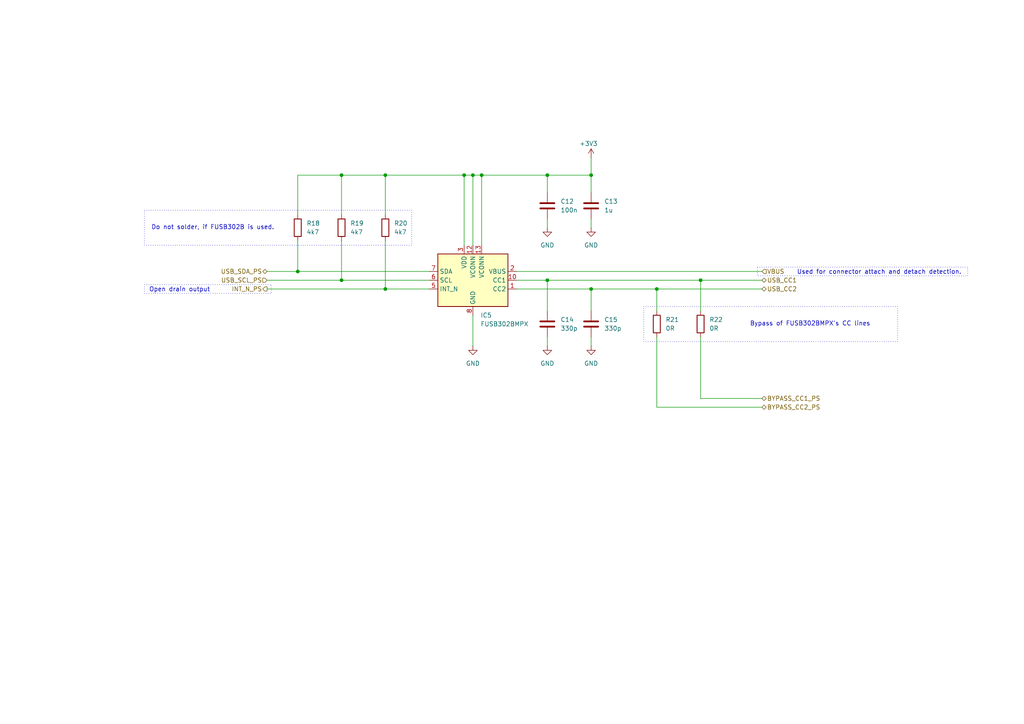
<source format=kicad_sch>
(kicad_sch
	(version 20231120)
	(generator "eeschema")
	(generator_version "8.0")
	(uuid "cf18768f-e332-4360-9e1a-91d7fc7e160c")
	(paper "A4")
	(lib_symbols
		(symbol "Device:C"
			(pin_numbers hide)
			(pin_names
				(offset 0.254)
			)
			(exclude_from_sim no)
			(in_bom yes)
			(on_board yes)
			(property "Reference" "C"
				(at 0.635 2.54 0)
				(effects
					(font
						(size 1.27 1.27)
					)
					(justify left)
				)
			)
			(property "Value" "C"
				(at 0.635 -2.54 0)
				(effects
					(font
						(size 1.27 1.27)
					)
					(justify left)
				)
			)
			(property "Footprint" ""
				(at 0.9652 -3.81 0)
				(effects
					(font
						(size 1.27 1.27)
					)
					(hide yes)
				)
			)
			(property "Datasheet" "~"
				(at 0 0 0)
				(effects
					(font
						(size 1.27 1.27)
					)
					(hide yes)
				)
			)
			(property "Description" "Unpolarized capacitor"
				(at 0 0 0)
				(effects
					(font
						(size 1.27 1.27)
					)
					(hide yes)
				)
			)
			(property "ki_keywords" "cap capacitor"
				(at 0 0 0)
				(effects
					(font
						(size 1.27 1.27)
					)
					(hide yes)
				)
			)
			(property "ki_fp_filters" "C_*"
				(at 0 0 0)
				(effects
					(font
						(size 1.27 1.27)
					)
					(hide yes)
				)
			)
			(symbol "C_0_1"
				(polyline
					(pts
						(xy -2.032 -0.762) (xy 2.032 -0.762)
					)
					(stroke
						(width 0.508)
						(type default)
					)
					(fill
						(type none)
					)
				)
				(polyline
					(pts
						(xy -2.032 0.762) (xy 2.032 0.762)
					)
					(stroke
						(width 0.508)
						(type default)
					)
					(fill
						(type none)
					)
				)
			)
			(symbol "C_1_1"
				(pin passive line
					(at 0 3.81 270)
					(length 2.794)
					(name "~"
						(effects
							(font
								(size 1.27 1.27)
							)
						)
					)
					(number "1"
						(effects
							(font
								(size 1.27 1.27)
							)
						)
					)
				)
				(pin passive line
					(at 0 -3.81 90)
					(length 2.794)
					(name "~"
						(effects
							(font
								(size 1.27 1.27)
							)
						)
					)
					(number "2"
						(effects
							(font
								(size 1.27 1.27)
							)
						)
					)
				)
			)
		)
		(symbol "Device:R"
			(pin_numbers hide)
			(pin_names
				(offset 0)
			)
			(exclude_from_sim no)
			(in_bom yes)
			(on_board yes)
			(property "Reference" "R"
				(at 2.032 0 90)
				(effects
					(font
						(size 1.27 1.27)
					)
				)
			)
			(property "Value" "R"
				(at 0 0 90)
				(effects
					(font
						(size 1.27 1.27)
					)
				)
			)
			(property "Footprint" ""
				(at -1.778 0 90)
				(effects
					(font
						(size 1.27 1.27)
					)
					(hide yes)
				)
			)
			(property "Datasheet" "~"
				(at 0 0 0)
				(effects
					(font
						(size 1.27 1.27)
					)
					(hide yes)
				)
			)
			(property "Description" "Resistor"
				(at 0 0 0)
				(effects
					(font
						(size 1.27 1.27)
					)
					(hide yes)
				)
			)
			(property "ki_keywords" "R res resistor"
				(at 0 0 0)
				(effects
					(font
						(size 1.27 1.27)
					)
					(hide yes)
				)
			)
			(property "ki_fp_filters" "R_*"
				(at 0 0 0)
				(effects
					(font
						(size 1.27 1.27)
					)
					(hide yes)
				)
			)
			(symbol "R_0_1"
				(rectangle
					(start -1.016 -2.54)
					(end 1.016 2.54)
					(stroke
						(width 0.254)
						(type default)
					)
					(fill
						(type none)
					)
				)
			)
			(symbol "R_1_1"
				(pin passive line
					(at 0 3.81 270)
					(length 1.27)
					(name "~"
						(effects
							(font
								(size 1.27 1.27)
							)
						)
					)
					(number "1"
						(effects
							(font
								(size 1.27 1.27)
							)
						)
					)
				)
				(pin passive line
					(at 0 -3.81 90)
					(length 1.27)
					(name "~"
						(effects
							(font
								(size 1.27 1.27)
							)
						)
					)
					(number "2"
						(effects
							(font
								(size 1.27 1.27)
							)
						)
					)
				)
			)
		)
		(symbol "Interface_USB:FUSB302BMPX"
			(exclude_from_sim no)
			(in_bom yes)
			(on_board yes)
			(property "Reference" "U"
				(at -10.16 8.89 0)
				(effects
					(font
						(size 1.27 1.27)
					)
					(justify left)
				)
			)
			(property "Value" "FUSB302BMPX"
				(at 3.81 8.89 0)
				(effects
					(font
						(size 1.27 1.27)
					)
					(justify left)
				)
			)
			(property "Footprint" "Package_DFN_QFN:WQFN-14-1EP_2.5x2.5mm_P0.5mm_EP1.45x1.45mm"
				(at 0 -12.7 0)
				(effects
					(font
						(size 1.27 1.27)
					)
					(hide yes)
				)
			)
			(property "Datasheet" "http://www.onsemi.com/pub/Collateral/FUSB302B-D.PDF"
				(at 2.54 -10.16 0)
				(effects
					(font
						(size 1.27 1.27)
					)
					(hide yes)
				)
			)
			(property "Description" "Programmable USB Type-C Controller w/PD, I2C address 0x22, WQFN-14"
				(at 0 0 0)
				(effects
					(font
						(size 1.27 1.27)
					)
					(hide yes)
				)
			)
			(property "ki_keywords" "USB USB-C PD Power Delivery PHY"
				(at 0 0 0)
				(effects
					(font
						(size 1.27 1.27)
					)
					(hide yes)
				)
			)
			(property "ki_fp_filters" "WQFN*1EP*2.5x2.5mm*P0.5mm*"
				(at 0 0 0)
				(effects
					(font
						(size 1.27 1.27)
					)
					(hide yes)
				)
			)
			(symbol "FUSB302BMPX_0_1"
				(rectangle
					(start -10.16 7.62)
					(end 10.16 -7.62)
					(stroke
						(width 0.254)
						(type default)
					)
					(fill
						(type background)
					)
				)
			)
			(symbol "FUSB302BMPX_1_1"
				(pin bidirectional line
					(at 12.7 -2.54 180)
					(length 2.54)
					(name "CC2"
						(effects
							(font
								(size 1.27 1.27)
							)
						)
					)
					(number "1"
						(effects
							(font
								(size 1.27 1.27)
							)
						)
					)
				)
				(pin bidirectional line
					(at 12.7 0 180)
					(length 2.54)
					(name "CC1"
						(effects
							(font
								(size 1.27 1.27)
							)
						)
					)
					(number "10"
						(effects
							(font
								(size 1.27 1.27)
							)
						)
					)
				)
				(pin bidirectional line
					(at 12.7 0 180)
					(length 2.54) hide
					(name "CC1"
						(effects
							(font
								(size 1.27 1.27)
							)
						)
					)
					(number "11"
						(effects
							(font
								(size 1.27 1.27)
							)
						)
					)
				)
				(pin power_in line
					(at 0 10.16 270)
					(length 2.54)
					(name "VCONN"
						(effects
							(font
								(size 1.27 1.27)
							)
						)
					)
					(number "12"
						(effects
							(font
								(size 1.27 1.27)
							)
						)
					)
				)
				(pin power_in line
					(at 2.54 10.16 270)
					(length 2.54)
					(name "VCONN"
						(effects
							(font
								(size 1.27 1.27)
							)
						)
					)
					(number "13"
						(effects
							(font
								(size 1.27 1.27)
							)
						)
					)
				)
				(pin bidirectional line
					(at 12.7 -2.54 180)
					(length 2.54) hide
					(name "CC2"
						(effects
							(font
								(size 1.27 1.27)
							)
						)
					)
					(number "14"
						(effects
							(font
								(size 1.27 1.27)
							)
						)
					)
				)
				(pin passive line
					(at 0 -10.16 90)
					(length 2.54) hide
					(name "GND"
						(effects
							(font
								(size 1.27 1.27)
							)
						)
					)
					(number "15"
						(effects
							(font
								(size 1.27 1.27)
							)
						)
					)
				)
				(pin input line
					(at 12.7 2.54 180)
					(length 2.54)
					(name "VBUS"
						(effects
							(font
								(size 1.27 1.27)
							)
						)
					)
					(number "2"
						(effects
							(font
								(size 1.27 1.27)
							)
						)
					)
				)
				(pin power_in line
					(at -2.54 10.16 270)
					(length 2.54)
					(name "VDD"
						(effects
							(font
								(size 1.27 1.27)
							)
						)
					)
					(number "3"
						(effects
							(font
								(size 1.27 1.27)
							)
						)
					)
				)
				(pin passive line
					(at -2.54 10.16 270)
					(length 2.54) hide
					(name "VDD"
						(effects
							(font
								(size 1.27 1.27)
							)
						)
					)
					(number "4"
						(effects
							(font
								(size 1.27 1.27)
							)
						)
					)
				)
				(pin open_collector line
					(at -12.7 -2.54 0)
					(length 2.54)
					(name "INT_N"
						(effects
							(font
								(size 1.27 1.27)
							)
						)
					)
					(number "5"
						(effects
							(font
								(size 1.27 1.27)
							)
						)
					)
				)
				(pin input line
					(at -12.7 0 0)
					(length 2.54)
					(name "SCL"
						(effects
							(font
								(size 1.27 1.27)
							)
						)
					)
					(number "6"
						(effects
							(font
								(size 1.27 1.27)
							)
						)
					)
				)
				(pin bidirectional line
					(at -12.7 2.54 0)
					(length 2.54)
					(name "SDA"
						(effects
							(font
								(size 1.27 1.27)
							)
						)
					)
					(number "7"
						(effects
							(font
								(size 1.27 1.27)
							)
						)
					)
				)
				(pin power_in line
					(at 0 -10.16 90)
					(length 2.54)
					(name "GND"
						(effects
							(font
								(size 1.27 1.27)
							)
						)
					)
					(number "8"
						(effects
							(font
								(size 1.27 1.27)
							)
						)
					)
				)
				(pin passive line
					(at 0 -10.16 90)
					(length 2.54) hide
					(name "GND"
						(effects
							(font
								(size 1.27 1.27)
							)
						)
					)
					(number "9"
						(effects
							(font
								(size 1.27 1.27)
							)
						)
					)
				)
			)
		)
		(symbol "power:+3V3"
			(power)
			(pin_numbers hide)
			(pin_names
				(offset 0) hide)
			(exclude_from_sim no)
			(in_bom yes)
			(on_board yes)
			(property "Reference" "#PWR"
				(at 0 -3.81 0)
				(effects
					(font
						(size 1.27 1.27)
					)
					(hide yes)
				)
			)
			(property "Value" "+3V3"
				(at 0 3.556 0)
				(effects
					(font
						(size 1.27 1.27)
					)
				)
			)
			(property "Footprint" ""
				(at 0 0 0)
				(effects
					(font
						(size 1.27 1.27)
					)
					(hide yes)
				)
			)
			(property "Datasheet" ""
				(at 0 0 0)
				(effects
					(font
						(size 1.27 1.27)
					)
					(hide yes)
				)
			)
			(property "Description" "Power symbol creates a global label with name \"+3V3\""
				(at 0 0 0)
				(effects
					(font
						(size 1.27 1.27)
					)
					(hide yes)
				)
			)
			(property "ki_keywords" "global power"
				(at 0 0 0)
				(effects
					(font
						(size 1.27 1.27)
					)
					(hide yes)
				)
			)
			(symbol "+3V3_0_1"
				(polyline
					(pts
						(xy -0.762 1.27) (xy 0 2.54)
					)
					(stroke
						(width 0)
						(type default)
					)
					(fill
						(type none)
					)
				)
				(polyline
					(pts
						(xy 0 0) (xy 0 2.54)
					)
					(stroke
						(width 0)
						(type default)
					)
					(fill
						(type none)
					)
				)
				(polyline
					(pts
						(xy 0 2.54) (xy 0.762 1.27)
					)
					(stroke
						(width 0)
						(type default)
					)
					(fill
						(type none)
					)
				)
			)
			(symbol "+3V3_1_1"
				(pin power_in line
					(at 0 0 90)
					(length 0)
					(name "~"
						(effects
							(font
								(size 1.27 1.27)
							)
						)
					)
					(number "1"
						(effects
							(font
								(size 1.27 1.27)
							)
						)
					)
				)
			)
		)
		(symbol "power:GND"
			(power)
			(pin_numbers hide)
			(pin_names
				(offset 0) hide)
			(exclude_from_sim no)
			(in_bom yes)
			(on_board yes)
			(property "Reference" "#PWR"
				(at 0 -6.35 0)
				(effects
					(font
						(size 1.27 1.27)
					)
					(hide yes)
				)
			)
			(property "Value" "GND"
				(at 0 -3.81 0)
				(effects
					(font
						(size 1.27 1.27)
					)
				)
			)
			(property "Footprint" ""
				(at 0 0 0)
				(effects
					(font
						(size 1.27 1.27)
					)
					(hide yes)
				)
			)
			(property "Datasheet" ""
				(at 0 0 0)
				(effects
					(font
						(size 1.27 1.27)
					)
					(hide yes)
				)
			)
			(property "Description" "Power symbol creates a global label with name \"GND\" , ground"
				(at 0 0 0)
				(effects
					(font
						(size 1.27 1.27)
					)
					(hide yes)
				)
			)
			(property "ki_keywords" "global power"
				(at 0 0 0)
				(effects
					(font
						(size 1.27 1.27)
					)
					(hide yes)
				)
			)
			(symbol "GND_0_1"
				(polyline
					(pts
						(xy 0 0) (xy 0 -1.27) (xy 1.27 -1.27) (xy 0 -2.54) (xy -1.27 -1.27) (xy 0 -1.27)
					)
					(stroke
						(width 0)
						(type default)
					)
					(fill
						(type none)
					)
				)
			)
			(symbol "GND_1_1"
				(pin power_in line
					(at 0 0 270)
					(length 0)
					(name "~"
						(effects
							(font
								(size 1.27 1.27)
							)
						)
					)
					(number "1"
						(effects
							(font
								(size 1.27 1.27)
							)
						)
					)
				)
			)
		)
	)
	(junction
		(at 203.2 81.28)
		(diameter 0)
		(color 0 0 0 0)
		(uuid "0245f5f4-42f1-4543-b432-0c5427a5c31b")
	)
	(junction
		(at 99.06 81.28)
		(diameter 0)
		(color 0 0 0 0)
		(uuid "23297147-137a-49cb-a44f-36153987b391")
	)
	(junction
		(at 158.75 81.28)
		(diameter 0)
		(color 0 0 0 0)
		(uuid "2764c259-3449-4499-b137-5cd9fc6f8dda")
	)
	(junction
		(at 111.76 50.8)
		(diameter 0)
		(color 0 0 0 0)
		(uuid "38c49ac8-e0f6-4b8f-a196-fde4760aa6a1")
	)
	(junction
		(at 171.45 50.8)
		(diameter 0)
		(color 0 0 0 0)
		(uuid "585d7c87-65d7-467f-beec-f4c5e517375e")
	)
	(junction
		(at 190.5 83.82)
		(diameter 0)
		(color 0 0 0 0)
		(uuid "59be80d6-f94a-4bbe-9341-bf6648eb3286")
	)
	(junction
		(at 111.76 83.82)
		(diameter 0)
		(color 0 0 0 0)
		(uuid "6725b7df-0bcd-434c-b8ee-91ba2ab81518")
	)
	(junction
		(at 139.7 50.8)
		(diameter 0)
		(color 0 0 0 0)
		(uuid "8b7099a6-062a-4f11-8b83-c5b33c770c3a")
	)
	(junction
		(at 158.75 50.8)
		(diameter 0)
		(color 0 0 0 0)
		(uuid "91a86896-8638-40d8-8263-92b067c89a61")
	)
	(junction
		(at 134.62 50.8)
		(diameter 0)
		(color 0 0 0 0)
		(uuid "ab8000d7-4bdf-4a9b-ad7d-102338c9881f")
	)
	(junction
		(at 86.36 78.74)
		(diameter 0)
		(color 0 0 0 0)
		(uuid "b0de9803-fe8b-4ea2-ac83-c520f40ed41d")
	)
	(junction
		(at 99.06 50.8)
		(diameter 0)
		(color 0 0 0 0)
		(uuid "b26596ff-4c8a-40a5-aec6-d0b837f5e38b")
	)
	(junction
		(at 171.45 83.82)
		(diameter 0)
		(color 0 0 0 0)
		(uuid "bbec7683-696c-4cbb-bab4-693c1a3abba4")
	)
	(junction
		(at 137.16 50.8)
		(diameter 0)
		(color 0 0 0 0)
		(uuid "d9349005-d4ee-4d15-a935-0d3bb599f10c")
	)
	(wire
		(pts
			(xy 171.45 83.82) (xy 190.5 83.82)
		)
		(stroke
			(width 0)
			(type default)
		)
		(uuid "02096940-a8d7-4a95-85ac-41c2a7771eaf")
	)
	(wire
		(pts
			(xy 99.06 50.8) (xy 111.76 50.8)
		)
		(stroke
			(width 0)
			(type default)
		)
		(uuid "02e4d3f0-ea3a-478d-ad6a-6673a4ae94e0")
	)
	(wire
		(pts
			(xy 134.62 50.8) (xy 134.62 71.12)
		)
		(stroke
			(width 0)
			(type default)
		)
		(uuid "05a5e866-0067-441e-9f41-d904ada9dfce")
	)
	(wire
		(pts
			(xy 111.76 69.85) (xy 111.76 83.82)
		)
		(stroke
			(width 0)
			(type default)
		)
		(uuid "0ae3d16a-e4d6-4d32-ba93-acbdcbec48e7")
	)
	(wire
		(pts
			(xy 77.47 78.74) (xy 86.36 78.74)
		)
		(stroke
			(width 0)
			(type default)
		)
		(uuid "0e060beb-bb33-4ad3-85e6-9c6a6c99682d")
	)
	(wire
		(pts
			(xy 111.76 83.82) (xy 124.46 83.82)
		)
		(stroke
			(width 0)
			(type default)
		)
		(uuid "0f3ff346-3be0-4fc8-a41e-8dedfcd4ed9a")
	)
	(wire
		(pts
			(xy 171.45 63.5) (xy 171.45 66.04)
		)
		(stroke
			(width 0)
			(type default)
		)
		(uuid "13e5d174-8d1a-44a2-9e22-5d0dc124533a")
	)
	(wire
		(pts
			(xy 171.45 97.79) (xy 171.45 100.33)
		)
		(stroke
			(width 0)
			(type default)
		)
		(uuid "160f4384-5bd5-495a-90ba-6dffe215ea19")
	)
	(wire
		(pts
			(xy 171.45 45.72) (xy 171.45 50.8)
		)
		(stroke
			(width 0)
			(type default)
		)
		(uuid "22e6c9a0-8333-4e06-be8d-492bcd3108bc")
	)
	(wire
		(pts
			(xy 139.7 50.8) (xy 139.7 71.12)
		)
		(stroke
			(width 0)
			(type default)
		)
		(uuid "294b15e8-85c6-4be0-80bf-791256e31aa2")
	)
	(wire
		(pts
			(xy 149.86 78.74) (xy 220.98 78.74)
		)
		(stroke
			(width 0)
			(type default)
		)
		(uuid "3439cecf-5904-4b4b-83c6-33425d6d6587")
	)
	(wire
		(pts
			(xy 149.86 83.82) (xy 171.45 83.82)
		)
		(stroke
			(width 0)
			(type default)
		)
		(uuid "38580a4e-0af8-4a60-bac6-695f22f75f97")
	)
	(wire
		(pts
			(xy 203.2 81.28) (xy 220.98 81.28)
		)
		(stroke
			(width 0)
			(type default)
		)
		(uuid "38d883c7-365f-4273-8829-e4d076035280")
	)
	(wire
		(pts
			(xy 190.5 83.82) (xy 190.5 90.17)
		)
		(stroke
			(width 0)
			(type default)
		)
		(uuid "3a307119-f217-403b-a2d2-6405f2e7c40f")
	)
	(wire
		(pts
			(xy 139.7 50.8) (xy 137.16 50.8)
		)
		(stroke
			(width 0)
			(type default)
		)
		(uuid "3db42619-40ac-4a10-a6ce-4b20c35fac53")
	)
	(wire
		(pts
			(xy 86.36 78.74) (xy 124.46 78.74)
		)
		(stroke
			(width 0)
			(type default)
		)
		(uuid "3ed68796-3f63-4b5c-9a91-5d66d5d888cb")
	)
	(wire
		(pts
			(xy 137.16 50.8) (xy 134.62 50.8)
		)
		(stroke
			(width 0)
			(type default)
		)
		(uuid "44d8d7d8-724b-4ff1-b36e-ee9d6f1fc3d1")
	)
	(wire
		(pts
			(xy 190.5 118.11) (xy 190.5 97.79)
		)
		(stroke
			(width 0)
			(type default)
		)
		(uuid "4b5d3911-813f-43df-ae5f-6bfbfbadbb6c")
	)
	(wire
		(pts
			(xy 86.36 50.8) (xy 99.06 50.8)
		)
		(stroke
			(width 0)
			(type default)
		)
		(uuid "58f7a626-22fe-4bf6-a810-3579a519b8ce")
	)
	(wire
		(pts
			(xy 86.36 69.85) (xy 86.36 78.74)
		)
		(stroke
			(width 0)
			(type default)
		)
		(uuid "59dfbfb0-979e-437d-a12c-191b21ac9227")
	)
	(wire
		(pts
			(xy 158.75 50.8) (xy 158.75 55.88)
		)
		(stroke
			(width 0)
			(type default)
		)
		(uuid "67efef76-fd79-40f4-a8de-01c620f8dada")
	)
	(wire
		(pts
			(xy 203.2 115.57) (xy 203.2 97.79)
		)
		(stroke
			(width 0)
			(type default)
		)
		(uuid "6d255bfa-c80b-4e30-acfc-6ed0e9461e2d")
	)
	(wire
		(pts
			(xy 111.76 50.8) (xy 134.62 50.8)
		)
		(stroke
			(width 0)
			(type default)
		)
		(uuid "6fecb408-3be1-4852-a627-6684d9cde006")
	)
	(wire
		(pts
			(xy 158.75 50.8) (xy 139.7 50.8)
		)
		(stroke
			(width 0)
			(type default)
		)
		(uuid "70cb75b5-6c07-4bad-b8b9-871063ac31fb")
	)
	(wire
		(pts
			(xy 171.45 50.8) (xy 158.75 50.8)
		)
		(stroke
			(width 0)
			(type default)
		)
		(uuid "7356d0e6-a27e-49cc-b1b8-991038d06520")
	)
	(wire
		(pts
			(xy 203.2 81.28) (xy 203.2 90.17)
		)
		(stroke
			(width 0)
			(type default)
		)
		(uuid "7b0c6dd6-6896-4216-b764-90c726bc3040")
	)
	(wire
		(pts
			(xy 111.76 50.8) (xy 111.76 62.23)
		)
		(stroke
			(width 0)
			(type default)
		)
		(uuid "81d6341a-223f-4a41-a84b-6047501f39f1")
	)
	(wire
		(pts
			(xy 99.06 81.28) (xy 124.46 81.28)
		)
		(stroke
			(width 0)
			(type default)
		)
		(uuid "859400cb-cd0f-4027-9959-8fe70aec0401")
	)
	(wire
		(pts
			(xy 203.2 115.57) (xy 220.98 115.57)
		)
		(stroke
			(width 0)
			(type default)
		)
		(uuid "8784bf71-a33c-445a-92ec-d97fe5b099b0")
	)
	(wire
		(pts
			(xy 77.47 83.82) (xy 111.76 83.82)
		)
		(stroke
			(width 0)
			(type default)
		)
		(uuid "87b4e798-1338-443c-af5a-6203c79e0aef")
	)
	(wire
		(pts
			(xy 158.75 97.79) (xy 158.75 100.33)
		)
		(stroke
			(width 0)
			(type default)
		)
		(uuid "8c275f90-ac8c-4719-9796-03bd11cd67a3")
	)
	(wire
		(pts
			(xy 158.75 81.28) (xy 203.2 81.28)
		)
		(stroke
			(width 0)
			(type default)
		)
		(uuid "9dfb8cd9-80d7-48fd-8576-d4ecf9f1664f")
	)
	(wire
		(pts
			(xy 158.75 63.5) (xy 158.75 66.04)
		)
		(stroke
			(width 0)
			(type default)
		)
		(uuid "a0bd4c7a-982a-4b49-867c-17ffc8481d5d")
	)
	(wire
		(pts
			(xy 158.75 81.28) (xy 149.86 81.28)
		)
		(stroke
			(width 0)
			(type default)
		)
		(uuid "a32ff343-eb28-4692-b40d-1cf6350dc88a")
	)
	(wire
		(pts
			(xy 137.16 100.33) (xy 137.16 91.44)
		)
		(stroke
			(width 0)
			(type default)
		)
		(uuid "a4c23758-80b4-4b3c-ac15-df1f31fe6222")
	)
	(wire
		(pts
			(xy 77.47 81.28) (xy 99.06 81.28)
		)
		(stroke
			(width 0)
			(type default)
		)
		(uuid "c05d7de3-7fdd-4faf-a0c3-fc6e29f03543")
	)
	(wire
		(pts
			(xy 158.75 90.17) (xy 158.75 81.28)
		)
		(stroke
			(width 0)
			(type default)
		)
		(uuid "c6cc11d9-3b26-4fd9-9444-8a07964e9214")
	)
	(wire
		(pts
			(xy 99.06 69.85) (xy 99.06 81.28)
		)
		(stroke
			(width 0)
			(type default)
		)
		(uuid "d24bda3e-c94a-48ec-b66a-adf3cc1cc8ba")
	)
	(wire
		(pts
			(xy 99.06 50.8) (xy 99.06 62.23)
		)
		(stroke
			(width 0)
			(type default)
		)
		(uuid "d286fc0d-1f05-4ae2-8071-aa1ec47fc640")
	)
	(wire
		(pts
			(xy 171.45 50.8) (xy 171.45 55.88)
		)
		(stroke
			(width 0)
			(type default)
		)
		(uuid "e42b7bdb-9d31-4141-8dd7-9d313339ee68")
	)
	(wire
		(pts
			(xy 86.36 62.23) (xy 86.36 50.8)
		)
		(stroke
			(width 0)
			(type default)
		)
		(uuid "e5ad6a60-586b-4724-8d78-820f16fa9498")
	)
	(wire
		(pts
			(xy 190.5 118.11) (xy 220.98 118.11)
		)
		(stroke
			(width 0)
			(type default)
		)
		(uuid "ed8fbbc0-757f-4fd6-a0a9-23a3202f0f08")
	)
	(wire
		(pts
			(xy 137.16 50.8) (xy 137.16 71.12)
		)
		(stroke
			(width 0)
			(type default)
		)
		(uuid "f2313f57-d658-4aab-9c73-eb2ed87c8a26")
	)
	(wire
		(pts
			(xy 190.5 83.82) (xy 220.98 83.82)
		)
		(stroke
			(width 0)
			(type default)
		)
		(uuid "f5c13fb0-9d5f-4df0-882a-d63c6d2b864a")
	)
	(wire
		(pts
			(xy 171.45 83.82) (xy 171.45 90.17)
		)
		(stroke
			(width 0)
			(type default)
		)
		(uuid "f861ffc2-2645-40e3-856e-04599c6a8bc8")
	)
	(rectangle
		(start 186.69 88.9)
		(end 260.35 99.06)
		(stroke
			(width 0)
			(type dot)
		)
		(fill
			(type none)
		)
		(uuid 1068128b-5861-4df5-8e53-fcc53b3196dd)
	)
	(rectangle
		(start 219.71 77.47)
		(end 280.67 80.01)
		(stroke
			(width 0)
			(type dot)
		)
		(fill
			(type none)
		)
		(uuid 411e97fc-97f9-4f53-a5ab-62b677d4ac24)
	)
	(rectangle
		(start 41.91 60.96)
		(end 119.38 71.12)
		(stroke
			(width 0)
			(type dot)
		)
		(fill
			(type none)
		)
		(uuid dd6da3da-ac98-4d54-8c0d-b8288b367172)
	)
	(rectangle
		(start 41.91 82.55)
		(end 78.74 85.09)
		(stroke
			(width 0)
			(type dot)
		)
		(fill
			(type none)
		)
		(uuid ebb01914-854f-47a2-a4b1-a0bbcb2043bf)
	)
	(text "Open drain output "
		(exclude_from_sim no)
		(at 52.578 84.074 0)
		(effects
			(font
				(size 1.27 1.27)
			)
		)
		(uuid "0afa761b-3f3b-40cd-8a8c-bca1c65362a4")
	)
	(text "Do not solder, if FUSB302B is used."
		(exclude_from_sim no)
		(at 61.722 66.04 0)
		(effects
			(font
				(size 1.27 1.27)
			)
		)
		(uuid "143802d1-aa33-4695-8a28-1a65aab89bc7")
	)
	(text "Bypass of FUSB302BMPX's CC lines "
		(exclude_from_sim no)
		(at 235.458 93.98 0)
		(effects
			(font
				(size 1.27 1.27)
			)
		)
		(uuid "73d3b98f-61e1-452d-8492-68c26daa0ac7")
	)
	(text "Used for connector attach and detach detection."
		(exclude_from_sim no)
		(at 255.016 78.994 0)
		(effects
			(font
				(size 1.27 1.27)
			)
		)
		(uuid "8f1651d7-ec32-42b5-969e-56ece6d391f0")
	)
	(hierarchical_label "USB_CC2"
		(shape bidirectional)
		(at 220.98 83.82 0)
		(effects
			(font
				(size 1.27 1.27)
			)
			(justify left)
		)
		(uuid "0b6e9446-0c3d-4dd4-9568-e7e10d6e82db")
	)
	(hierarchical_label "BYPASS_CC1_PS"
		(shape bidirectional)
		(at 220.98 115.57 0)
		(effects
			(font
				(size 1.27 1.27)
			)
			(justify left)
		)
		(uuid "1faa2781-6003-4436-ac5e-cb8fe79eb471")
	)
	(hierarchical_label "INT_N_PS"
		(shape output)
		(at 77.47 83.82 180)
		(effects
			(font
				(size 1.27 1.27)
			)
			(justify right)
		)
		(uuid "2ae8ab22-578e-4651-b894-75f6a37c6513")
	)
	(hierarchical_label "USB_SCL_PS"
		(shape input)
		(at 77.47 81.28 180)
		(effects
			(font
				(size 1.27 1.27)
			)
			(justify right)
		)
		(uuid "39a963ec-d763-4750-ac80-899c9424b902")
	)
	(hierarchical_label "VBUS"
		(shape input)
		(at 220.98 78.74 0)
		(effects
			(font
				(size 1.27 1.27)
			)
			(justify left)
		)
		(uuid "8836e620-6a23-409c-ab3f-e42a18d0af1f")
	)
	(hierarchical_label "USB_SDA_PS"
		(shape bidirectional)
		(at 77.47 78.74 180)
		(effects
			(font
				(size 1.27 1.27)
			)
			(justify right)
		)
		(uuid "89932096-f300-41d4-be7a-1583c2c19679")
	)
	(hierarchical_label "USB_CC1"
		(shape bidirectional)
		(at 220.98 81.28 0)
		(effects
			(font
				(size 1.27 1.27)
			)
			(justify left)
		)
		(uuid "90fb2ce8-8b9b-49e4-9c0e-6d3c6548f9b4")
	)
	(hierarchical_label "BYPASS_CC2_PS"
		(shape bidirectional)
		(at 220.98 118.11 0)
		(effects
			(font
				(size 1.27 1.27)
			)
			(justify left)
		)
		(uuid "d32e28b4-9cd5-4a75-810b-b8afe68a870b")
	)
	(symbol
		(lib_id "power:GND")
		(at 171.45 66.04 0)
		(unit 1)
		(exclude_from_sim no)
		(in_bom yes)
		(on_board yes)
		(dnp no)
		(fields_autoplaced yes)
		(uuid "1d8f481e-8b91-48eb-9902-ebe4b703d732")
		(property "Reference" "#PWR053"
			(at 171.45 72.39 0)
			(effects
				(font
					(size 1.27 1.27)
				)
				(hide yes)
			)
		)
		(property "Value" "GND"
			(at 171.45 71.12 0)
			(effects
				(font
					(size 1.27 1.27)
				)
			)
		)
		(property "Footprint" ""
			(at 171.45 66.04 0)
			(effects
				(font
					(size 1.27 1.27)
				)
				(hide yes)
			)
		)
		(property "Datasheet" ""
			(at 171.45 66.04 0)
			(effects
				(font
					(size 1.27 1.27)
				)
				(hide yes)
			)
		)
		(property "Description" "Power symbol creates a global label with name \"GND\" , ground"
			(at 171.45 66.04 0)
			(effects
				(font
					(size 1.27 1.27)
				)
				(hide yes)
			)
		)
		(pin "1"
			(uuid "789cdce1-0f69-45f9-b780-d9a507e5d447")
		)
		(instances
			(project "obvod"
				(path "/e8e834c4-1afb-42f7-b718-3cb720dae1d5/fdd3d46b-c5ef-429c-ba04-a467d2c6100e"
					(reference "#PWR053")
					(unit 1)
				)
			)
		)
	)
	(symbol
		(lib_id "Device:C")
		(at 158.75 93.98 0)
		(unit 1)
		(exclude_from_sim no)
		(in_bom yes)
		(on_board yes)
		(dnp no)
		(fields_autoplaced yes)
		(uuid "1f555d32-117f-44f8-be6b-2bbb70efa17e")
		(property "Reference" "C14"
			(at 162.56 92.7099 0)
			(effects
				(font
					(size 1.27 1.27)
				)
				(justify left)
			)
		)
		(property "Value" "330p"
			(at 162.56 95.2499 0)
			(effects
				(font
					(size 1.27 1.27)
				)
				(justify left)
			)
		)
		(property "Footprint" "Capacitor_SMD:C_0402_1005Metric"
			(at 159.7152 97.79 0)
			(effects
				(font
					(size 1.27 1.27)
				)
				(hide yes)
			)
		)
		(property "Datasheet" "~"
			(at 158.75 93.98 0)
			(effects
				(font
					(size 1.27 1.27)
				)
				(hide yes)
			)
		)
		(property "Description" "Unpolarized capacitor"
			(at 158.75 93.98 0)
			(effects
				(font
					(size 1.27 1.27)
				)
				(hide yes)
			)
		)
		(pin "2"
			(uuid "8da92b0f-59c5-4916-8012-626bc5c965f5")
		)
		(pin "1"
			(uuid "2b902f0d-8f53-4ec7-9c8a-fc2972115652")
		)
		(instances
			(project ""
				(path "/e8e834c4-1afb-42f7-b718-3cb720dae1d5/fdd3d46b-c5ef-429c-ba04-a467d2c6100e"
					(reference "C14")
					(unit 1)
				)
			)
		)
	)
	(symbol
		(lib_id "Device:R")
		(at 86.36 66.04 0)
		(unit 1)
		(exclude_from_sim no)
		(in_bom yes)
		(on_board yes)
		(dnp no)
		(fields_autoplaced yes)
		(uuid "2b297a0e-c0ac-4de7-8d9d-20a7e632185b")
		(property "Reference" "R18"
			(at 88.9 64.7699 0)
			(effects
				(font
					(size 1.27 1.27)
				)
				(justify left)
			)
		)
		(property "Value" "4k7"
			(at 88.9 67.3099 0)
			(effects
				(font
					(size 1.27 1.27)
				)
				(justify left)
			)
		)
		(property "Footprint" "Resistor_SMD:R_0402_1005Metric"
			(at 84.582 66.04 90)
			(effects
				(font
					(size 1.27 1.27)
				)
				(hide yes)
			)
		)
		(property "Datasheet" "~"
			(at 86.36 66.04 0)
			(effects
				(font
					(size 1.27 1.27)
				)
				(hide yes)
			)
		)
		(property "Description" "Resistor"
			(at 86.36 66.04 0)
			(effects
				(font
					(size 1.27 1.27)
				)
				(hide yes)
			)
		)
		(pin "1"
			(uuid "a1eff955-2b99-4e2f-ad4c-22cd18265ebc")
		)
		(pin "2"
			(uuid "1c475e44-4360-41e9-93b6-56412f2abbb1")
		)
		(instances
			(project ""
				(path "/e8e834c4-1afb-42f7-b718-3cb720dae1d5/fdd3d46b-c5ef-429c-ba04-a467d2c6100e"
					(reference "R18")
					(unit 1)
				)
			)
		)
	)
	(symbol
		(lib_id "power:GND")
		(at 158.75 66.04 0)
		(unit 1)
		(exclude_from_sim no)
		(in_bom yes)
		(on_board yes)
		(dnp no)
		(fields_autoplaced yes)
		(uuid "3760edf5-a1e6-4884-80af-e6e9b7765581")
		(property "Reference" "#PWR052"
			(at 158.75 72.39 0)
			(effects
				(font
					(size 1.27 1.27)
				)
				(hide yes)
			)
		)
		(property "Value" "GND"
			(at 158.75 71.12 0)
			(effects
				(font
					(size 1.27 1.27)
				)
			)
		)
		(property "Footprint" ""
			(at 158.75 66.04 0)
			(effects
				(font
					(size 1.27 1.27)
				)
				(hide yes)
			)
		)
		(property "Datasheet" ""
			(at 158.75 66.04 0)
			(effects
				(font
					(size 1.27 1.27)
				)
				(hide yes)
			)
		)
		(property "Description" "Power symbol creates a global label with name \"GND\" , ground"
			(at 158.75 66.04 0)
			(effects
				(font
					(size 1.27 1.27)
				)
				(hide yes)
			)
		)
		(pin "1"
			(uuid "60011064-a5f6-4ae0-919f-40bc3601551c")
		)
		(instances
			(project "obvod"
				(path "/e8e834c4-1afb-42f7-b718-3cb720dae1d5/fdd3d46b-c5ef-429c-ba04-a467d2c6100e"
					(reference "#PWR052")
					(unit 1)
				)
			)
		)
	)
	(symbol
		(lib_id "power:GND")
		(at 137.16 100.33 0)
		(unit 1)
		(exclude_from_sim no)
		(in_bom yes)
		(on_board yes)
		(dnp no)
		(fields_autoplaced yes)
		(uuid "6583faac-c5ef-4c4b-bd5a-04431ff69865")
		(property "Reference" "#PWR048"
			(at 137.16 106.68 0)
			(effects
				(font
					(size 1.27 1.27)
				)
				(hide yes)
			)
		)
		(property "Value" "GND"
			(at 137.16 105.41 0)
			(effects
				(font
					(size 1.27 1.27)
				)
			)
		)
		(property "Footprint" ""
			(at 137.16 100.33 0)
			(effects
				(font
					(size 1.27 1.27)
				)
				(hide yes)
			)
		)
		(property "Datasheet" ""
			(at 137.16 100.33 0)
			(effects
				(font
					(size 1.27 1.27)
				)
				(hide yes)
			)
		)
		(property "Description" "Power symbol creates a global label with name \"GND\" , ground"
			(at 137.16 100.33 0)
			(effects
				(font
					(size 1.27 1.27)
				)
				(hide yes)
			)
		)
		(pin "1"
			(uuid "cf020140-1e64-4683-b028-6fe01b8e57e8")
		)
		(instances
			(project ""
				(path "/e8e834c4-1afb-42f7-b718-3cb720dae1d5/fdd3d46b-c5ef-429c-ba04-a467d2c6100e"
					(reference "#PWR048")
					(unit 1)
				)
			)
		)
	)
	(symbol
		(lib_id "Device:R")
		(at 203.2 93.98 0)
		(unit 1)
		(exclude_from_sim no)
		(in_bom yes)
		(on_board yes)
		(dnp no)
		(fields_autoplaced yes)
		(uuid "6e929ab5-313e-44a4-80b9-599ebaf898b9")
		(property "Reference" "R22"
			(at 205.74 92.7099 0)
			(effects
				(font
					(size 1.27 1.27)
				)
				(justify left)
			)
		)
		(property "Value" "0R"
			(at 205.74 95.2499 0)
			(effects
				(font
					(size 1.27 1.27)
				)
				(justify left)
			)
		)
		(property "Footprint" "Resistor_SMD:R_0603_1608Metric"
			(at 201.422 93.98 90)
			(effects
				(font
					(size 1.27 1.27)
				)
				(hide yes)
			)
		)
		(property "Datasheet" "~"
			(at 203.2 93.98 0)
			(effects
				(font
					(size 1.27 1.27)
				)
				(hide yes)
			)
		)
		(property "Description" "Resistor"
			(at 203.2 93.98 0)
			(effects
				(font
					(size 1.27 1.27)
				)
				(hide yes)
			)
		)
		(pin "1"
			(uuid "9b5aa2e3-46fb-4a29-afb4-ae688bab5f24")
		)
		(pin "2"
			(uuid "c92b7cda-af84-424d-90e4-01356245ed52")
		)
		(instances
			(project "obvod"
				(path "/e8e834c4-1afb-42f7-b718-3cb720dae1d5/fdd3d46b-c5ef-429c-ba04-a467d2c6100e"
					(reference "R22")
					(unit 1)
				)
			)
		)
	)
	(symbol
		(lib_id "Device:R")
		(at 190.5 93.98 0)
		(unit 1)
		(exclude_from_sim no)
		(in_bom yes)
		(on_board yes)
		(dnp no)
		(fields_autoplaced yes)
		(uuid "8294ba06-1a6e-42c0-a8f8-06f30ce6a94d")
		(property "Reference" "R21"
			(at 193.04 92.7099 0)
			(effects
				(font
					(size 1.27 1.27)
				)
				(justify left)
			)
		)
		(property "Value" "0R"
			(at 193.04 95.2499 0)
			(effects
				(font
					(size 1.27 1.27)
				)
				(justify left)
			)
		)
		(property "Footprint" "Resistor_SMD:R_0603_1608Metric"
			(at 188.722 93.98 90)
			(effects
				(font
					(size 1.27 1.27)
				)
				(hide yes)
			)
		)
		(property "Datasheet" "~"
			(at 190.5 93.98 0)
			(effects
				(font
					(size 1.27 1.27)
				)
				(hide yes)
			)
		)
		(property "Description" "Resistor"
			(at 190.5 93.98 0)
			(effects
				(font
					(size 1.27 1.27)
				)
				(hide yes)
			)
		)
		(pin "1"
			(uuid "88ce2a76-55f1-4845-b767-84404d5c1f02")
		)
		(pin "2"
			(uuid "73e75561-c13b-4700-b9e9-186141ddaa61")
		)
		(instances
			(project ""
				(path "/e8e834c4-1afb-42f7-b718-3cb720dae1d5/fdd3d46b-c5ef-429c-ba04-a467d2c6100e"
					(reference "R21")
					(unit 1)
				)
			)
		)
	)
	(symbol
		(lib_id "Interface_USB:FUSB302BMPX")
		(at 137.16 81.28 0)
		(unit 1)
		(exclude_from_sim no)
		(in_bom yes)
		(on_board yes)
		(dnp no)
		(fields_autoplaced yes)
		(uuid "98818bc1-07dc-4f7a-8700-9f341b0e517c")
		(property "Reference" "IC5"
			(at 139.3541 91.44 0)
			(effects
				(font
					(size 1.27 1.27)
				)
				(justify left)
			)
		)
		(property "Value" "FUSB302BMPX"
			(at 139.3541 93.98 0)
			(effects
				(font
					(size 1.27 1.27)
				)
				(justify left)
			)
		)
		(property "Footprint" "Package_DFN_QFN:WQFN-14-1EP_2.5x2.5mm_P0.5mm_EP1.45x1.45mm"
			(at 137.16 93.98 0)
			(effects
				(font
					(size 1.27 1.27)
				)
				(hide yes)
			)
		)
		(property "Datasheet" "http://www.onsemi.com/pub/Collateral/FUSB302B-D.PDF"
			(at 139.7 91.44 0)
			(effects
				(font
					(size 1.27 1.27)
				)
				(hide yes)
			)
		)
		(property "Description" "Programmable USB Type-C Controller w/PD, I2C address 0x22, WQFN-14"
			(at 137.16 81.28 0)
			(effects
				(font
					(size 1.27 1.27)
				)
				(hide yes)
			)
		)
		(pin "9"
			(uuid "445572c5-7f17-45f6-bf34-ab11ba2f6944")
		)
		(pin "8"
			(uuid "9632f2fc-d644-49d8-9b26-b405f0b214bd")
		)
		(pin "6"
			(uuid "e34bc61c-3a85-4e29-b35d-15dbc11de224")
		)
		(pin "5"
			(uuid "9c2c981d-b9d0-4357-83ef-eb6609e8dc7d")
		)
		(pin "7"
			(uuid "df10063d-77c1-47b2-8a52-c4bcd5978bd2")
		)
		(pin "4"
			(uuid "3d4be1b6-b70a-4831-a9c5-8353a09d18af")
		)
		(pin "3"
			(uuid "b628538a-2258-44be-8dea-a72f73f40efe")
		)
		(pin "10"
			(uuid "30721faf-f5e4-4e6a-8fb7-401f0de7795c")
		)
		(pin "14"
			(uuid "993c2f6a-74a5-44cb-94fd-5228f911cd5a")
		)
		(pin "2"
			(uuid "445fe16f-6cdf-48f8-aa3f-af9f61386b10")
		)
		(pin "1"
			(uuid "6f26c029-e76e-4f1a-98ff-077227680907")
		)
		(pin "13"
			(uuid "19ee1490-6313-41a9-b073-8d80ef27ad32")
		)
		(pin "15"
			(uuid "c99843d7-4ec0-42e7-8ddc-f046b602b1f4")
		)
		(pin "12"
			(uuid "16699ec2-862b-4055-9e73-9ef18d12ced1")
		)
		(pin "11"
			(uuid "9410635a-81af-4089-99b5-76c019922eb6")
		)
		(instances
			(project "obvod"
				(path "/e8e834c4-1afb-42f7-b718-3cb720dae1d5/fdd3d46b-c5ef-429c-ba04-a467d2c6100e"
					(reference "IC5")
					(unit 1)
				)
			)
		)
	)
	(symbol
		(lib_id "Device:R")
		(at 99.06 66.04 0)
		(unit 1)
		(exclude_from_sim no)
		(in_bom yes)
		(on_board yes)
		(dnp no)
		(fields_autoplaced yes)
		(uuid "9e3bd00a-46be-41cc-beb2-411cae3eed50")
		(property "Reference" "R19"
			(at 101.6 64.7699 0)
			(effects
				(font
					(size 1.27 1.27)
				)
				(justify left)
			)
		)
		(property "Value" "4k7"
			(at 101.6 67.3099 0)
			(effects
				(font
					(size 1.27 1.27)
				)
				(justify left)
			)
		)
		(property "Footprint" "Resistor_SMD:R_0402_1005Metric"
			(at 97.282 66.04 90)
			(effects
				(font
					(size 1.27 1.27)
				)
				(hide yes)
			)
		)
		(property "Datasheet" "~"
			(at 99.06 66.04 0)
			(effects
				(font
					(size 1.27 1.27)
				)
				(hide yes)
			)
		)
		(property "Description" "Resistor"
			(at 99.06 66.04 0)
			(effects
				(font
					(size 1.27 1.27)
				)
				(hide yes)
			)
		)
		(pin "1"
			(uuid "8e77c912-8d8e-4cb1-932a-d82c76b1468a")
		)
		(pin "2"
			(uuid "fdf6b70e-12ad-4594-b9b3-029f6fe37441")
		)
		(instances
			(project "obvod"
				(path "/e8e834c4-1afb-42f7-b718-3cb720dae1d5/fdd3d46b-c5ef-429c-ba04-a467d2c6100e"
					(reference "R19")
					(unit 1)
				)
			)
		)
	)
	(symbol
		(lib_id "Device:C")
		(at 171.45 59.69 0)
		(unit 1)
		(exclude_from_sim no)
		(in_bom yes)
		(on_board yes)
		(dnp no)
		(fields_autoplaced yes)
		(uuid "9e5e6512-a942-49a9-a8b5-66101d84ecf9")
		(property "Reference" "C13"
			(at 175.26 58.4199 0)
			(effects
				(font
					(size 1.27 1.27)
				)
				(justify left)
			)
		)
		(property "Value" "1u"
			(at 175.26 60.9599 0)
			(effects
				(font
					(size 1.27 1.27)
				)
				(justify left)
			)
		)
		(property "Footprint" "Capacitor_SMD:C_0603_1608Metric"
			(at 172.4152 63.5 0)
			(effects
				(font
					(size 1.27 1.27)
				)
				(hide yes)
			)
		)
		(property "Datasheet" "~"
			(at 171.45 59.69 0)
			(effects
				(font
					(size 1.27 1.27)
				)
				(hide yes)
			)
		)
		(property "Description" "Unpolarized capacitor"
			(at 171.45 59.69 0)
			(effects
				(font
					(size 1.27 1.27)
				)
				(hide yes)
			)
		)
		(pin "2"
			(uuid "5a15a5dc-c7fc-4aa6-8b7b-8a652787cbd4")
		)
		(pin "1"
			(uuid "f8c88954-00f5-4bbb-9acc-bf4bb7eda8a1")
		)
		(instances
			(project ""
				(path "/e8e834c4-1afb-42f7-b718-3cb720dae1d5/fdd3d46b-c5ef-429c-ba04-a467d2c6100e"
					(reference "C13")
					(unit 1)
				)
			)
		)
	)
	(symbol
		(lib_id "power:+3V3")
		(at 171.45 45.72 0)
		(unit 1)
		(exclude_from_sim no)
		(in_bom yes)
		(on_board yes)
		(dnp no)
		(uuid "a0af6625-3053-43eb-8e03-b938b80dd7c1")
		(property "Reference" "#PWR070"
			(at 171.45 49.53 0)
			(effects
				(font
					(size 1.27 1.27)
				)
				(hide yes)
			)
		)
		(property "Value" "+3V3"
			(at 170.688 41.656 0)
			(effects
				(font
					(size 1.27 1.27)
				)
			)
		)
		(property "Footprint" ""
			(at 171.45 45.72 0)
			(effects
				(font
					(size 1.27 1.27)
				)
				(hide yes)
			)
		)
		(property "Datasheet" ""
			(at 171.45 45.72 0)
			(effects
				(font
					(size 1.27 1.27)
				)
				(hide yes)
			)
		)
		(property "Description" "Power symbol creates a global label with name \"+3V3\""
			(at 171.45 45.72 0)
			(effects
				(font
					(size 1.27 1.27)
				)
				(hide yes)
			)
		)
		(pin "1"
			(uuid "8cd6d3ba-7e8b-445b-94f1-5ac34a5cc31c")
		)
		(instances
			(project "obvod"
				(path "/e8e834c4-1afb-42f7-b718-3cb720dae1d5/fdd3d46b-c5ef-429c-ba04-a467d2c6100e"
					(reference "#PWR070")
					(unit 1)
				)
			)
		)
	)
	(symbol
		(lib_id "power:GND")
		(at 158.75 100.33 0)
		(unit 1)
		(exclude_from_sim no)
		(in_bom yes)
		(on_board yes)
		(dnp no)
		(fields_autoplaced yes)
		(uuid "a5a61300-60d7-46db-8fb2-73fd3dddfb89")
		(property "Reference" "#PWR050"
			(at 158.75 106.68 0)
			(effects
				(font
					(size 1.27 1.27)
				)
				(hide yes)
			)
		)
		(property "Value" "GND"
			(at 158.75 105.41 0)
			(effects
				(font
					(size 1.27 1.27)
				)
			)
		)
		(property "Footprint" ""
			(at 158.75 100.33 0)
			(effects
				(font
					(size 1.27 1.27)
				)
				(hide yes)
			)
		)
		(property "Datasheet" ""
			(at 158.75 100.33 0)
			(effects
				(font
					(size 1.27 1.27)
				)
				(hide yes)
			)
		)
		(property "Description" "Power symbol creates a global label with name \"GND\" , ground"
			(at 158.75 100.33 0)
			(effects
				(font
					(size 1.27 1.27)
				)
				(hide yes)
			)
		)
		(pin "1"
			(uuid "2feb7bdb-63bd-4a7c-b373-0b5f3f7fc507")
		)
		(instances
			(project "obvod"
				(path "/e8e834c4-1afb-42f7-b718-3cb720dae1d5/fdd3d46b-c5ef-429c-ba04-a467d2c6100e"
					(reference "#PWR050")
					(unit 1)
				)
			)
		)
	)
	(symbol
		(lib_id "Device:C")
		(at 158.75 59.69 0)
		(unit 1)
		(exclude_from_sim no)
		(in_bom yes)
		(on_board yes)
		(dnp no)
		(fields_autoplaced yes)
		(uuid "a7eb46e9-360e-4025-ad13-a929e7495b2c")
		(property "Reference" "C12"
			(at 162.56 58.4199 0)
			(effects
				(font
					(size 1.27 1.27)
				)
				(justify left)
			)
		)
		(property "Value" "100n"
			(at 162.56 60.9599 0)
			(effects
				(font
					(size 1.27 1.27)
				)
				(justify left)
			)
		)
		(property "Footprint" "Capacitor_SMD:C_0402_1005Metric"
			(at 159.7152 63.5 0)
			(effects
				(font
					(size 1.27 1.27)
				)
				(hide yes)
			)
		)
		(property "Datasheet" "~"
			(at 158.75 59.69 0)
			(effects
				(font
					(size 1.27 1.27)
				)
				(hide yes)
			)
		)
		(property "Description" "Unpolarized capacitor"
			(at 158.75 59.69 0)
			(effects
				(font
					(size 1.27 1.27)
				)
				(hide yes)
			)
		)
		(pin "2"
			(uuid "2a9e1c0d-e07a-4977-94c7-dc49f79c42ad")
		)
		(pin "1"
			(uuid "366d4681-5860-431c-a4c3-ca9be84596fe")
		)
		(instances
			(project "obvod"
				(path "/e8e834c4-1afb-42f7-b718-3cb720dae1d5/fdd3d46b-c5ef-429c-ba04-a467d2c6100e"
					(reference "C12")
					(unit 1)
				)
			)
		)
	)
	(symbol
		(lib_id "Device:C")
		(at 171.45 93.98 0)
		(unit 1)
		(exclude_from_sim no)
		(in_bom yes)
		(on_board yes)
		(dnp no)
		(fields_autoplaced yes)
		(uuid "b42a6502-b4ce-4e0b-b608-70f43ad8c683")
		(property "Reference" "C15"
			(at 175.26 92.7099 0)
			(effects
				(font
					(size 1.27 1.27)
				)
				(justify left)
			)
		)
		(property "Value" "330p"
			(at 175.26 95.2499 0)
			(effects
				(font
					(size 1.27 1.27)
				)
				(justify left)
			)
		)
		(property "Footprint" "Capacitor_SMD:C_0402_1005Metric"
			(at 172.4152 97.79 0)
			(effects
				(font
					(size 1.27 1.27)
				)
				(hide yes)
			)
		)
		(property "Datasheet" "~"
			(at 171.45 93.98 0)
			(effects
				(font
					(size 1.27 1.27)
				)
				(hide yes)
			)
		)
		(property "Description" "Unpolarized capacitor"
			(at 171.45 93.98 0)
			(effects
				(font
					(size 1.27 1.27)
				)
				(hide yes)
			)
		)
		(pin "2"
			(uuid "7761df08-0c9a-439d-985e-bdfa555721c6")
		)
		(pin "1"
			(uuid "cfb88d50-16c6-478d-9279-16d817aa2684")
		)
		(instances
			(project "obvod"
				(path "/e8e834c4-1afb-42f7-b718-3cb720dae1d5/fdd3d46b-c5ef-429c-ba04-a467d2c6100e"
					(reference "C15")
					(unit 1)
				)
			)
		)
	)
	(symbol
		(lib_id "power:GND")
		(at 171.45 100.33 0)
		(unit 1)
		(exclude_from_sim no)
		(in_bom yes)
		(on_board yes)
		(dnp no)
		(fields_autoplaced yes)
		(uuid "c5d9256a-0109-433a-af5f-b10086406975")
		(property "Reference" "#PWR051"
			(at 171.45 106.68 0)
			(effects
				(font
					(size 1.27 1.27)
				)
				(hide yes)
			)
		)
		(property "Value" "GND"
			(at 171.45 105.41 0)
			(effects
				(font
					(size 1.27 1.27)
				)
			)
		)
		(property "Footprint" ""
			(at 171.45 100.33 0)
			(effects
				(font
					(size 1.27 1.27)
				)
				(hide yes)
			)
		)
		(property "Datasheet" ""
			(at 171.45 100.33 0)
			(effects
				(font
					(size 1.27 1.27)
				)
				(hide yes)
			)
		)
		(property "Description" "Power symbol creates a global label with name \"GND\" , ground"
			(at 171.45 100.33 0)
			(effects
				(font
					(size 1.27 1.27)
				)
				(hide yes)
			)
		)
		(pin "1"
			(uuid "76ca2cc1-a37e-4fe1-bc77-2b7428897f5f")
		)
		(instances
			(project "obvod"
				(path "/e8e834c4-1afb-42f7-b718-3cb720dae1d5/fdd3d46b-c5ef-429c-ba04-a467d2c6100e"
					(reference "#PWR051")
					(unit 1)
				)
			)
		)
	)
	(symbol
		(lib_id "Device:R")
		(at 111.76 66.04 0)
		(unit 1)
		(exclude_from_sim no)
		(in_bom yes)
		(on_board yes)
		(dnp no)
		(fields_autoplaced yes)
		(uuid "dab1c148-7722-40a6-b03a-5e80d6b8d6ed")
		(property "Reference" "R20"
			(at 114.3 64.7699 0)
			(effects
				(font
					(size 1.27 1.27)
				)
				(justify left)
			)
		)
		(property "Value" "4k7"
			(at 114.3 67.3099 0)
			(effects
				(font
					(size 1.27 1.27)
				)
				(justify left)
			)
		)
		(property "Footprint" "Resistor_SMD:R_0402_1005Metric"
			(at 109.982 66.04 90)
			(effects
				(font
					(size 1.27 1.27)
				)
				(hide yes)
			)
		)
		(property "Datasheet" "~"
			(at 111.76 66.04 0)
			(effects
				(font
					(size 1.27 1.27)
				)
				(hide yes)
			)
		)
		(property "Description" "Resistor"
			(at 111.76 66.04 0)
			(effects
				(font
					(size 1.27 1.27)
				)
				(hide yes)
			)
		)
		(pin "1"
			(uuid "568b94cf-a9d3-496d-8171-ed4f8d135b8b")
		)
		(pin "2"
			(uuid "cdf8b8c3-c832-438e-8873-78f5ba8a4566")
		)
		(instances
			(project "obvod"
				(path "/e8e834c4-1afb-42f7-b718-3cb720dae1d5/fdd3d46b-c5ef-429c-ba04-a467d2c6100e"
					(reference "R20")
					(unit 1)
				)
			)
		)
	)
)

</source>
